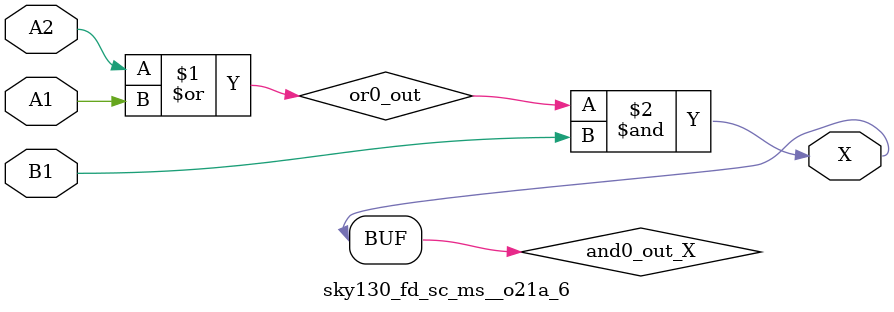
<source format=v>
module sky130_fd_sc_ms__o21a_6 (
    X ,
    A1,
    A2,
    B1
);
    output X ;
    input  A1;
    input  A2;
    input  B1;
    wire or0_out   ;
    wire and0_out_X;
    or  or0  (or0_out   , A2, A1         );
    and and0 (and0_out_X, or0_out, B1    );
    buf buf0 (X         , and0_out_X     );
endmodule
</source>
